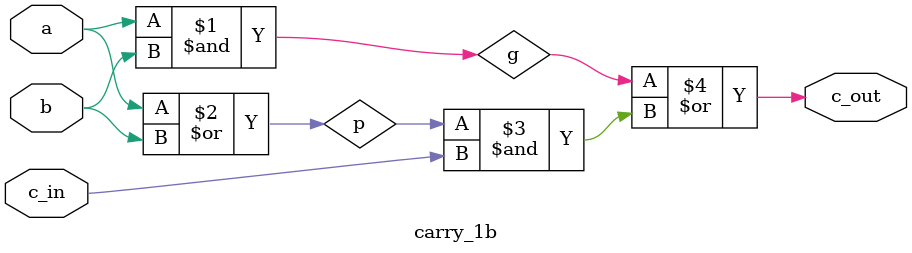
<source format=v>
module carry_1b(a, b, c_in, c_out);

    input a;
    input b;
    input c_in;
    output c_out;
    
    // Internal signals for generate and propagate
    wire g, p;

    // generate, propagate, and carry logic
    assign g = a & b;    // Generate: Gi = Ai & Bi
    assign p = a | b;    // Propagate: Pi = Ai | Bi
    assign c_out = g | (p & c_in);

endmodule
</source>
